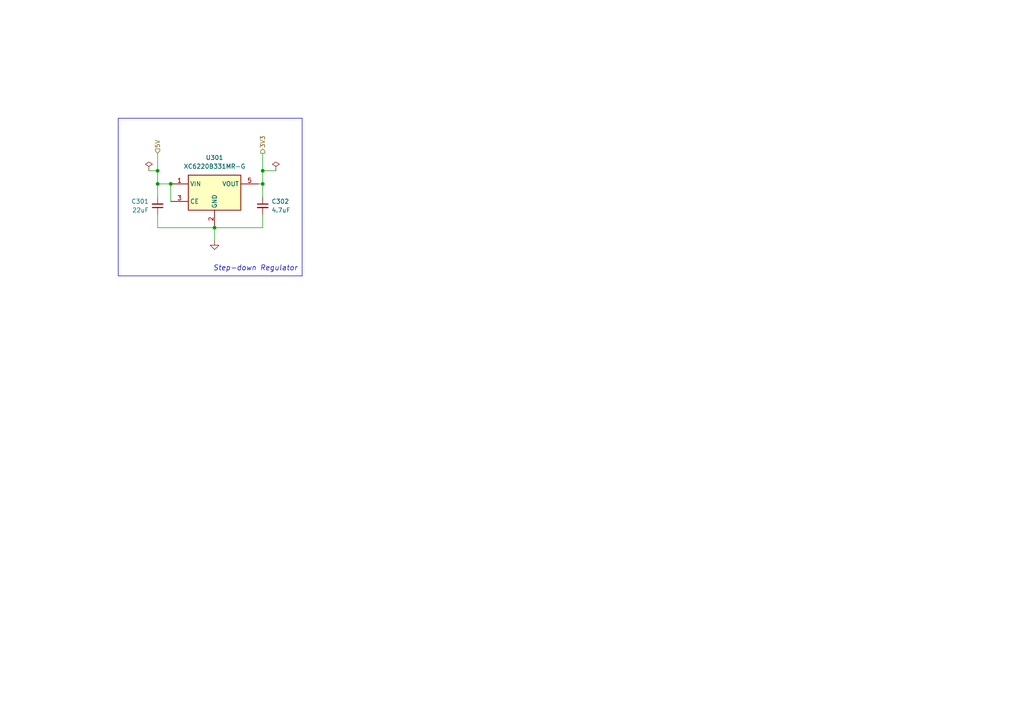
<source format=kicad_sch>
(kicad_sch (version 20230121) (generator eeschema)
  (paper "A4")
  (title_block (rev "A") (company "Joshua Butler, MD, MHI"))
  (lib_symbols
    (symbol "Device:C_Small" (pin_numbers hide) (pin_names (offset 0.254) hide)
      (property "Reference" "C" (at 0.254 1.778 0))
      (property "Value" "C_Small" (at 0.254 -2.032 0))
      (symbol "C_Small_0_1"
        (polyline (pts (xy -1.524 -0.508) (xy 1.524 -0.508)) (stroke (width 0.3302)))
        (polyline (pts (xy -1.524 0.508) (xy 1.524 0.508)) (stroke (width 0.3048)))
      )
      (symbol "C_Small_1_1"
        (pin passive line (at 0 2.54 270) (length 2.032) (name "~") (number "1"))
        (pin passive line (at 0 -2.54 90) (length 2.032) (name "~") (number "2"))
      )
    )
    (symbol "Regulator_Linear:XC6220B331MR"
      (property "Reference" "U" (at 0 8.89 0))
      (property "Value" "XC6220B331MR" (at 0 6.35 0))
      (symbol "XC6220B331MR_0_1"
        (rectangle (start -7.62 5.08) (end 7.62 -5.08) (stroke (width 0.254)) (fill (type background)))
      )
      (symbol "XC6220B331MR_1_1"
        (pin power_in line (at -12.7 2.54 0) (length 5.08) (name "VIN") (number "1"))
        (pin power_in line (at 0 -10.16 90) (length 5.08) (name "GND") (number "2"))
        (pin input line (at -12.7 -2.54 0) (length 5.08) (name "CE") (number "3"))
        (pin no_connect line (at 12.7 -2.54 180) (length 5.08) hide (name "NC") (number "4"))
        (pin power_out line (at 12.7 2.54 180) (length 5.08) (name "VOUT") (number "5"))
      )
    )
    (symbol "power:GND" (power) (pin_names (offset 0))
      (property "Value" "GND" (at 0 -3.81 0))
      (symbol "GND_0_1"
        (polyline (pts (xy 0 0) (xy 0 -1.27) (xy 1.27 -1.27) (xy 0 -2.54) (xy -1.27 -1.27) (xy 0 -1.27)))
      )
      (symbol "GND_1_1"
        (pin power_in line (at 0 0 270) (length 0) hide (name "GND") (number "1"))
      )
    )
    (symbol "power:PWR_FLAG" (power) (pin_numbers hide) (pin_names (offset 0) hide)
      (property "Value" "PWR_FLAG" (at 0 3.81 0))
      (symbol "PWR_FLAG_0_0"
        (pin power_out line (at 0 0 90) (length 0) (name "pwr") (number "1"))
      )
      (symbol "PWR_FLAG_0_1"
        (polyline (pts (xy 0 0) (xy 0 1.27) (xy -1.016 1.905) (xy 0 2.54) (xy 1.016 1.905) (xy 0 1.27)))
      )
    )
  )
  (junction (at 76.2 53.34))
  (junction (at 49.53 53.34))
  (junction (at 76.2 49.53))
  (junction (at 45.72 53.34))
  (junction (at 62.23 66.04))
  (junction (at 45.72 49.53))
  (wire (pts (xy 76.2 53.34) (xy 76.2 57.15)))
  (wire (pts (xy 45.72 66.04) (xy 62.23 66.04)))
  (wire (pts (xy 49.53 53.34) (xy 49.53 58.42)))
  (wire (pts (xy 62.23 69.85) (xy 62.23 66.04)))
  (wire (pts (xy 45.72 53.34) (xy 45.72 57.15)))
  (wire (pts (xy 45.72 62.23) (xy 45.72 66.04)))
  (wire (pts (xy 76.2 66.04) (xy 62.23 66.04)))
  (wire (pts (xy 43.18 49.53) (xy 45.72 49.53)))
  (wire (pts (xy 76.2 49.53) (xy 80.01 49.53)))
  (polyline (pts (xy 34.29 34.29) (xy 34.29 80.01)))
  (wire (pts (xy 45.72 49.53) (xy 45.72 53.34)))
  (wire (pts (xy 76.2 62.23) (xy 76.2 66.04)))
  (wire (pts (xy 45.72 44.45) (xy 45.72 49.53)))
  (wire (pts (xy 45.72 53.34) (xy 49.53 53.34)))
  (polyline (pts (xy 87.63 34.29) (xy 87.63 80.01)))
  (polyline (pts (xy 87.63 80.01) (xy 34.29 80.01)))
  (wire (pts (xy 74.93 53.34) (xy 76.2 53.34)))
  (wire (pts (xy 76.2 49.53) (xy 76.2 53.34)))
  (polyline (pts (xy 34.29 34.29) (xy 87.63 34.29)))
  (wire (pts (xy 76.2 44.45) (xy 76.2 49.53)))
  (text "Step-down Regulator" (at 86.36 78.74 0) (effects (font (size 1.5 1.5) italic) (justify right bottom)))
  (hierarchical_label "5V" (shape input) (at 45.72 44.45 90) (property "Intersheetrefs" "${INTERSHEET_REFS}" (effects hide)))
  (hierarchical_label "3V3" (shape output) (at 76.2 44.45 90) (property "Intersheetrefs" "${INTERSHEET_REFS}" (effects hide)))
  (symbol (lib_id "power:PWR_FLAG") (at 80.01 49.53 0) (unit 1)
    (property "Reference" "#FLG0302" (effects hide))
    (property "Value" "PWR_FLAG" (effects hide))
    (instances (project "wled-esp32-control-board" (path "" (reference "#FLG0302") (unit 1))) (project "iot_playground" (path "" (reference "#FLG0402") (unit 1))))
  )
  (symbol (lib_id "power:PWR_FLAG") (at 43.18 49.53 0) (unit 1)
    (property "Reference" "#FLG0301" (effects hide))
    (property "Value" "PWR_FLAG" (effects hide))
    (instances (project "wled-esp32-control-board" (path "" (reference "#FLG0301") (unit 1))) (project "iot_playground" (path "" (reference "#FLG0401") (unit 1))))
  )
  (symbol (lib_id "power:GND") (at 62.23 69.85 0) (unit 1)
    (property "Reference" "#PWR0301" (effects hide))
    (property "Value" "GND" (effects hide))
    (instances (project "wled-esp32-control-board" (path "" (reference "#PWR0301") (unit 1))) (project "iot_playground" (path "" (reference "#PWR0401") (unit 1))))
  )
  (symbol (lib_id "Regulator_Linear:XC6220B331MR") (at 62.23 55.88 0) (unit 1)
    (property "Reference" "U301" (at 62.23 45.72 0))
    (property "Value" "XC6220B331MR-G" (at 62.23 48.26 0))
    (property "Footprint" "Package_TO_SOT_SMD:SOT-23-5" (effects hide))
    (property "Datasheet" "https://datasheet.lcsc.com/lcsc/1810010324_Torex-Semicon-XC6220B331MR-G_C86534.pdf" (effects hide))
    (property "LCSC" "C86534" (effects hide))
    (instances (project "wled-esp32-control-board" (path "" (reference "U301") (unit 1))) (project "iot_playground" (path "" (reference "U401") (unit 1))))
  )
  (symbol (lib_id "Device:C_Small") (at 45.72 59.69 0) (mirror x) (unit 1)
    (property "Reference" "C301" (at 43.18 58.4135 0) (effects (justify right)))
    (property "Value" "22uF" (at 43.18 60.9535 0) (effects (justify right)))
    (property "Footprint" "Capacitor_SMD:C_0603_1608Metric" (effects hide))
    (property "LCSC" "C59461" (effects hide))
    (instances (project "wled-esp32-control-board" (path "" (reference "C301") (unit 1))) (project "iot_playground" (path "" (reference "C401") (unit 1))))
  )
  (symbol (lib_id "Device:C_Small") (at 76.2 59.69 0) (unit 1)
    (property "Reference" "C302" (at 78.74 58.4262 0) (effects (justify left)))
    (property "Value" "4.7uF" (at 78.74 60.9662 0) (effects (justify left)))
    (property "Footprint" "Capacitor_SMD:C_0603_1608Metric" (effects hide))
    (property "LCSC" "C19666" (effects hide))
    (instances (project "wled-esp32-control-board" (path "" (reference "C302") (unit 1))) (project "iot_playground" (path "" (reference "C402") (unit 1))))
  )
)
</source>
